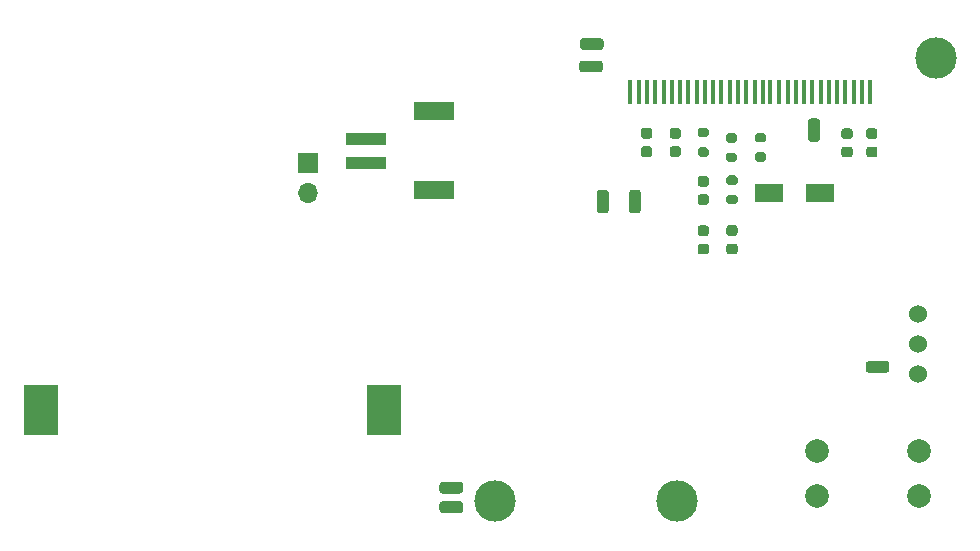
<source format=gbr>
G04 #@! TF.GenerationSoftware,KiCad,Pcbnew,5.1.10-88a1d61d58~90~ubuntu20.04.1*
G04 #@! TF.CreationDate,2021-08-07T17:50:34+05:30*
G04 #@! TF.ProjectId,open_authenticator,6f70656e-5f61-4757-9468-656e74696361,v01*
G04 #@! TF.SameCoordinates,Original*
G04 #@! TF.FileFunction,Soldermask,Bot*
G04 #@! TF.FilePolarity,Negative*
%FSLAX46Y46*%
G04 Gerber Fmt 4.6, Leading zero omitted, Abs format (unit mm)*
G04 Created by KiCad (PCBNEW 5.1.10-88a1d61d58~90~ubuntu20.04.1) date 2021-08-07 17:50:34*
%MOMM*%
%LPD*%
G01*
G04 APERTURE LIST*
%ADD10R,3.400000X1.500000*%
%ADD11R,3.500000X1.000000*%
%ADD12C,3.500000*%
%ADD13C,2.000000*%
%ADD14R,0.400000X2.000000*%
%ADD15R,2.350000X1.550000*%
%ADD16R,3.000000X4.200000*%
%ADD17R,1.700000X1.700000*%
%ADD18O,1.700000X1.700000*%
%ADD19C,1.524000*%
G04 APERTURE END LIST*
D10*
X127250900Y-86688680D03*
X127250900Y-93388680D03*
D11*
X121500900Y-89038680D03*
X121500900Y-91038680D03*
D12*
X132422900Y-119659400D03*
X147802600Y-119659400D03*
X169765980Y-82179160D03*
G36*
G01*
X162484880Y-90582200D02*
X161984880Y-90582200D01*
G75*
G02*
X161759880Y-90357200I0J225000D01*
G01*
X161759880Y-89907200D01*
G75*
G02*
X161984880Y-89682200I225000J0D01*
G01*
X162484880Y-89682200D01*
G75*
G02*
X162709880Y-89907200I0J-225000D01*
G01*
X162709880Y-90357200D01*
G75*
G02*
X162484880Y-90582200I-225000J0D01*
G01*
G37*
G36*
G01*
X162484880Y-89032200D02*
X161984880Y-89032200D01*
G75*
G02*
X161759880Y-88807200I0J225000D01*
G01*
X161759880Y-88357200D01*
G75*
G02*
X161984880Y-88132200I225000J0D01*
G01*
X162484880Y-88132200D01*
G75*
G02*
X162709880Y-88357200I0J-225000D01*
G01*
X162709880Y-88807200D01*
G75*
G02*
X162484880Y-89032200I-225000J0D01*
G01*
G37*
G36*
G01*
X164588000Y-90577420D02*
X164088000Y-90577420D01*
G75*
G02*
X163863000Y-90352420I0J225000D01*
G01*
X163863000Y-89902420D01*
G75*
G02*
X164088000Y-89677420I225000J0D01*
G01*
X164588000Y-89677420D01*
G75*
G02*
X164813000Y-89902420I0J-225000D01*
G01*
X164813000Y-90352420D01*
G75*
G02*
X164588000Y-90577420I-225000J0D01*
G01*
G37*
G36*
G01*
X164588000Y-89027420D02*
X164088000Y-89027420D01*
G75*
G02*
X163863000Y-88802420I0J225000D01*
G01*
X163863000Y-88352420D01*
G75*
G02*
X164088000Y-88127420I225000J0D01*
G01*
X164588000Y-88127420D01*
G75*
G02*
X164813000Y-88352420I0J-225000D01*
G01*
X164813000Y-88802420D01*
G75*
G02*
X164588000Y-89027420I-225000J0D01*
G01*
G37*
G36*
G01*
X145512600Y-90556800D02*
X145012600Y-90556800D01*
G75*
G02*
X144787600Y-90331800I0J225000D01*
G01*
X144787600Y-89881800D01*
G75*
G02*
X145012600Y-89656800I225000J0D01*
G01*
X145512600Y-89656800D01*
G75*
G02*
X145737600Y-89881800I0J-225000D01*
G01*
X145737600Y-90331800D01*
G75*
G02*
X145512600Y-90556800I-225000J0D01*
G01*
G37*
G36*
G01*
X145512600Y-89006800D02*
X145012600Y-89006800D01*
G75*
G02*
X144787600Y-88781800I0J225000D01*
G01*
X144787600Y-88331800D01*
G75*
G02*
X145012600Y-88106800I225000J0D01*
G01*
X145512600Y-88106800D01*
G75*
G02*
X145737600Y-88331800I0J-225000D01*
G01*
X145737600Y-88781800D01*
G75*
G02*
X145512600Y-89006800I-225000J0D01*
G01*
G37*
G36*
G01*
X147948460Y-90552020D02*
X147448460Y-90552020D01*
G75*
G02*
X147223460Y-90327020I0J225000D01*
G01*
X147223460Y-89877020D01*
G75*
G02*
X147448460Y-89652020I225000J0D01*
G01*
X147948460Y-89652020D01*
G75*
G02*
X148173460Y-89877020I0J-225000D01*
G01*
X148173460Y-90327020D01*
G75*
G02*
X147948460Y-90552020I-225000J0D01*
G01*
G37*
G36*
G01*
X147948460Y-89002020D02*
X147448460Y-89002020D01*
G75*
G02*
X147223460Y-88777020I0J225000D01*
G01*
X147223460Y-88327020D01*
G75*
G02*
X147448460Y-88102020I225000J0D01*
G01*
X147948460Y-88102020D01*
G75*
G02*
X148173460Y-88327020I0J-225000D01*
G01*
X148173460Y-88777020D01*
G75*
G02*
X147948460Y-89002020I-225000J0D01*
G01*
G37*
G36*
G01*
X150323360Y-98801640D02*
X149823360Y-98801640D01*
G75*
G02*
X149598360Y-98576640I0J225000D01*
G01*
X149598360Y-98126640D01*
G75*
G02*
X149823360Y-97901640I225000J0D01*
G01*
X150323360Y-97901640D01*
G75*
G02*
X150548360Y-98126640I0J-225000D01*
G01*
X150548360Y-98576640D01*
G75*
G02*
X150323360Y-98801640I-225000J0D01*
G01*
G37*
G36*
G01*
X150323360Y-97251640D02*
X149823360Y-97251640D01*
G75*
G02*
X149598360Y-97026640I0J225000D01*
G01*
X149598360Y-96576640D01*
G75*
G02*
X149823360Y-96351640I225000J0D01*
G01*
X150323360Y-96351640D01*
G75*
G02*
X150548360Y-96576640I0J-225000D01*
G01*
X150548360Y-97026640D01*
G75*
G02*
X150323360Y-97251640I-225000J0D01*
G01*
G37*
G36*
G01*
X152749060Y-98786400D02*
X152249060Y-98786400D01*
G75*
G02*
X152024060Y-98561400I0J225000D01*
G01*
X152024060Y-98111400D01*
G75*
G02*
X152249060Y-97886400I225000J0D01*
G01*
X152749060Y-97886400D01*
G75*
G02*
X152974060Y-98111400I0J-225000D01*
G01*
X152974060Y-98561400D01*
G75*
G02*
X152749060Y-98786400I-225000J0D01*
G01*
G37*
G36*
G01*
X152749060Y-97236400D02*
X152249060Y-97236400D01*
G75*
G02*
X152024060Y-97011400I0J225000D01*
G01*
X152024060Y-96561400D01*
G75*
G02*
X152249060Y-96336400I225000J0D01*
G01*
X152749060Y-96336400D01*
G75*
G02*
X152974060Y-96561400I0J-225000D01*
G01*
X152974060Y-97011400D01*
G75*
G02*
X152749060Y-97236400I-225000J0D01*
G01*
G37*
G36*
G01*
X150313200Y-94620300D02*
X149813200Y-94620300D01*
G75*
G02*
X149588200Y-94395300I0J225000D01*
G01*
X149588200Y-93945300D01*
G75*
G02*
X149813200Y-93720300I225000J0D01*
G01*
X150313200Y-93720300D01*
G75*
G02*
X150538200Y-93945300I0J-225000D01*
G01*
X150538200Y-94395300D01*
G75*
G02*
X150313200Y-94620300I-225000J0D01*
G01*
G37*
G36*
G01*
X150313200Y-93070300D02*
X149813200Y-93070300D01*
G75*
G02*
X149588200Y-92845300I0J225000D01*
G01*
X149588200Y-92395300D01*
G75*
G02*
X149813200Y-92170300I225000J0D01*
G01*
X150313200Y-92170300D01*
G75*
G02*
X150538200Y-92395300I0J-225000D01*
G01*
X150538200Y-92845300D01*
G75*
G02*
X150313200Y-93070300I-225000J0D01*
G01*
G37*
D13*
X159660000Y-119261720D03*
X168300000Y-119261720D03*
X168300000Y-115461720D03*
X159660000Y-115461720D03*
G36*
G01*
X150333120Y-90546640D02*
X149783120Y-90546640D01*
G75*
G02*
X149583120Y-90346640I0J200000D01*
G01*
X149583120Y-89946640D01*
G75*
G02*
X149783120Y-89746640I200000J0D01*
G01*
X150333120Y-89746640D01*
G75*
G02*
X150533120Y-89946640I0J-200000D01*
G01*
X150533120Y-90346640D01*
G75*
G02*
X150333120Y-90546640I-200000J0D01*
G01*
G37*
G36*
G01*
X150333120Y-88896640D02*
X149783120Y-88896640D01*
G75*
G02*
X149583120Y-88696640I0J200000D01*
G01*
X149583120Y-88296640D01*
G75*
G02*
X149783120Y-88096640I200000J0D01*
G01*
X150333120Y-88096640D01*
G75*
G02*
X150533120Y-88296640I0J-200000D01*
G01*
X150533120Y-88696640D01*
G75*
G02*
X150333120Y-88896640I-200000J0D01*
G01*
G37*
G36*
G01*
X152771520Y-94572540D02*
X152221520Y-94572540D01*
G75*
G02*
X152021520Y-94372540I0J200000D01*
G01*
X152021520Y-93972540D01*
G75*
G02*
X152221520Y-93772540I200000J0D01*
G01*
X152771520Y-93772540D01*
G75*
G02*
X152971520Y-93972540I0J-200000D01*
G01*
X152971520Y-94372540D01*
G75*
G02*
X152771520Y-94572540I-200000J0D01*
G01*
G37*
G36*
G01*
X152771520Y-92922540D02*
X152221520Y-92922540D01*
G75*
G02*
X152021520Y-92722540I0J200000D01*
G01*
X152021520Y-92322540D01*
G75*
G02*
X152221520Y-92122540I200000J0D01*
G01*
X152771520Y-92122540D01*
G75*
G02*
X152971520Y-92322540I0J-200000D01*
G01*
X152971520Y-92722540D01*
G75*
G02*
X152771520Y-92922540I-200000J0D01*
G01*
G37*
G36*
G01*
X155184520Y-90975900D02*
X154634520Y-90975900D01*
G75*
G02*
X154434520Y-90775900I0J200000D01*
G01*
X154434520Y-90375900D01*
G75*
G02*
X154634520Y-90175900I200000J0D01*
G01*
X155184520Y-90175900D01*
G75*
G02*
X155384520Y-90375900I0J-200000D01*
G01*
X155384520Y-90775900D01*
G75*
G02*
X155184520Y-90975900I-200000J0D01*
G01*
G37*
G36*
G01*
X155184520Y-89325900D02*
X154634520Y-89325900D01*
G75*
G02*
X154434520Y-89125900I0J200000D01*
G01*
X154434520Y-88725900D01*
G75*
G02*
X154634520Y-88525900I200000J0D01*
G01*
X155184520Y-88525900D01*
G75*
G02*
X155384520Y-88725900I0J-200000D01*
G01*
X155384520Y-89125900D01*
G75*
G02*
X155184520Y-89325900I-200000J0D01*
G01*
G37*
G36*
G01*
X152718180Y-90983520D02*
X152168180Y-90983520D01*
G75*
G02*
X151968180Y-90783520I0J200000D01*
G01*
X151968180Y-90383520D01*
G75*
G02*
X152168180Y-90183520I200000J0D01*
G01*
X152718180Y-90183520D01*
G75*
G02*
X152918180Y-90383520I0J-200000D01*
G01*
X152918180Y-90783520D01*
G75*
G02*
X152718180Y-90983520I-200000J0D01*
G01*
G37*
G36*
G01*
X152718180Y-89333520D02*
X152168180Y-89333520D01*
G75*
G02*
X151968180Y-89133520I0J200000D01*
G01*
X151968180Y-88733520D01*
G75*
G02*
X152168180Y-88533520I200000J0D01*
G01*
X152718180Y-88533520D01*
G75*
G02*
X152918180Y-88733520I0J-200000D01*
G01*
X152918180Y-89133520D01*
G75*
G02*
X152718180Y-89333520I-200000J0D01*
G01*
G37*
D14*
X154406080Y-85046820D03*
X153706080Y-85046820D03*
X164206080Y-85046820D03*
X163506080Y-85046820D03*
X162806080Y-85046820D03*
X162106080Y-85046820D03*
X161406080Y-85046820D03*
X160706080Y-85046820D03*
X160006080Y-85046820D03*
X159306080Y-85046820D03*
X158606080Y-85046820D03*
X157906080Y-85046820D03*
X157206080Y-85046820D03*
X156506080Y-85046820D03*
X155756080Y-85046820D03*
X155106080Y-85046820D03*
X153006080Y-85046820D03*
X152306080Y-85046820D03*
X151606080Y-85046820D03*
X150906080Y-85046820D03*
X150206080Y-85046820D03*
X149506080Y-85046820D03*
X148806080Y-85046820D03*
X148106080Y-85046820D03*
X147406080Y-85046820D03*
X146706080Y-85046820D03*
X146006080Y-85046820D03*
X145306080Y-85046820D03*
X144606080Y-85046820D03*
X143906080Y-85046820D03*
D15*
X159909400Y-93609160D03*
X155609400Y-93609160D03*
D16*
X94000000Y-112000000D03*
X123000000Y-112000000D03*
G36*
G01*
X165578220Y-108828460D02*
X164078220Y-108828460D01*
G75*
G02*
X163828220Y-108578460I0J250000D01*
G01*
X163828220Y-108078460D01*
G75*
G02*
X164078220Y-107828460I250000J0D01*
G01*
X165578220Y-107828460D01*
G75*
G02*
X165828220Y-108078460I0J-250000D01*
G01*
X165828220Y-108578460D01*
G75*
G02*
X165578220Y-108828460I-250000J0D01*
G01*
G37*
G36*
G01*
X143779620Y-95085600D02*
X143779620Y-93585600D01*
G75*
G02*
X144029620Y-93335600I250000J0D01*
G01*
X144529620Y-93335600D01*
G75*
G02*
X144779620Y-93585600I0J-250000D01*
G01*
X144779620Y-95085600D01*
G75*
G02*
X144529620Y-95335600I-250000J0D01*
G01*
X144029620Y-95335600D01*
G75*
G02*
X143779620Y-95085600I0J250000D01*
G01*
G37*
G36*
G01*
X139877100Y-80498060D02*
X141377100Y-80498060D01*
G75*
G02*
X141627100Y-80748060I0J-250000D01*
G01*
X141627100Y-81248060D01*
G75*
G02*
X141377100Y-81498060I-250000J0D01*
G01*
X139877100Y-81498060D01*
G75*
G02*
X139627100Y-81248060I0J250000D01*
G01*
X139627100Y-80748060D01*
G75*
G02*
X139877100Y-80498060I250000J0D01*
G01*
G37*
G36*
G01*
X139811060Y-82395440D02*
X141311060Y-82395440D01*
G75*
G02*
X141561060Y-82645440I0J-250000D01*
G01*
X141561060Y-83145440D01*
G75*
G02*
X141311060Y-83395440I-250000J0D01*
G01*
X139811060Y-83395440D01*
G75*
G02*
X139561060Y-83145440I0J250000D01*
G01*
X139561060Y-82645440D01*
G75*
G02*
X139811060Y-82395440I250000J0D01*
G01*
G37*
G36*
G01*
X129484820Y-119054500D02*
X127984820Y-119054500D01*
G75*
G02*
X127734820Y-118804500I0J250000D01*
G01*
X127734820Y-118304500D01*
G75*
G02*
X127984820Y-118054500I250000J0D01*
G01*
X129484820Y-118054500D01*
G75*
G02*
X129734820Y-118304500I0J-250000D01*
G01*
X129734820Y-118804500D01*
G75*
G02*
X129484820Y-119054500I-250000J0D01*
G01*
G37*
G36*
G01*
X129484820Y-120705500D02*
X127984820Y-120705500D01*
G75*
G02*
X127734820Y-120455500I0J250000D01*
G01*
X127734820Y-119955500D01*
G75*
G02*
X127984820Y-119705500I250000J0D01*
G01*
X129484820Y-119705500D01*
G75*
G02*
X129734820Y-119955500I0J-250000D01*
G01*
X129734820Y-120455500D01*
G75*
G02*
X129484820Y-120705500I-250000J0D01*
G01*
G37*
G36*
G01*
X158943420Y-89032780D02*
X158943420Y-87532780D01*
G75*
G02*
X159193420Y-87282780I250000J0D01*
G01*
X159693420Y-87282780D01*
G75*
G02*
X159943420Y-87532780I0J-250000D01*
G01*
X159943420Y-89032780D01*
G75*
G02*
X159693420Y-89282780I-250000J0D01*
G01*
X159193420Y-89282780D01*
G75*
G02*
X158943420Y-89032780I0J250000D01*
G01*
G37*
G36*
G01*
X141059280Y-95085600D02*
X141059280Y-93585600D01*
G75*
G02*
X141309280Y-93335600I250000J0D01*
G01*
X141809280Y-93335600D01*
G75*
G02*
X142059280Y-93585600I0J-250000D01*
G01*
X142059280Y-95085600D01*
G75*
G02*
X141809280Y-95335600I-250000J0D01*
G01*
X141309280Y-95335600D01*
G75*
G02*
X141059280Y-95085600I0J250000D01*
G01*
G37*
D17*
X116636800Y-91033600D03*
D18*
X116636800Y-93573600D03*
D19*
X168216580Y-103827580D03*
X168216580Y-106367580D03*
X168216580Y-108907580D03*
M02*

</source>
